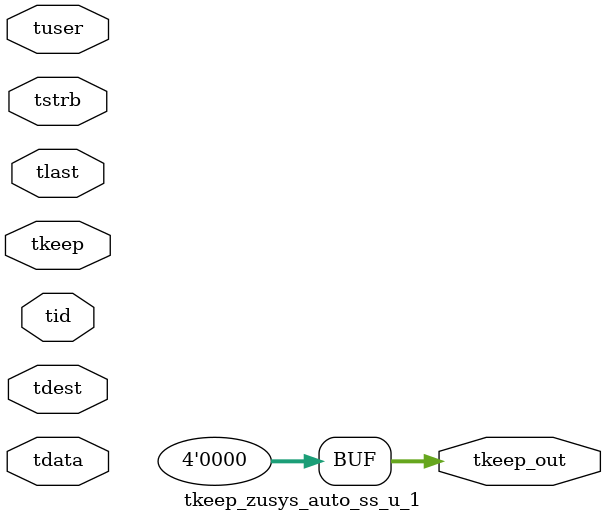
<source format=v>


`timescale 1ps/1ps

module tkeep_zusys_auto_ss_u_1 #
(
parameter C_S_AXIS_TDATA_WIDTH = 32,
parameter C_S_AXIS_TUSER_WIDTH = 0,
parameter C_S_AXIS_TID_WIDTH   = 0,
parameter C_S_AXIS_TDEST_WIDTH = 0,
parameter C_M_AXIS_TDATA_WIDTH = 32
)
(
input  [(C_S_AXIS_TDATA_WIDTH == 0 ? 1 : C_S_AXIS_TDATA_WIDTH)-1:0     ] tdata,
input  [(C_S_AXIS_TUSER_WIDTH == 0 ? 1 : C_S_AXIS_TUSER_WIDTH)-1:0     ] tuser,
input  [(C_S_AXIS_TID_WIDTH   == 0 ? 1 : C_S_AXIS_TID_WIDTH)-1:0       ] tid,
input  [(C_S_AXIS_TDEST_WIDTH == 0 ? 1 : C_S_AXIS_TDEST_WIDTH)-1:0     ] tdest,
input  [(C_S_AXIS_TDATA_WIDTH/8)-1:0 ] tkeep,
input  [(C_S_AXIS_TDATA_WIDTH/8)-1:0 ] tstrb,
input                                                                    tlast,
output [(C_M_AXIS_TDATA_WIDTH/8)-1:0 ] tkeep_out
);

assign tkeep_out = {1'b0};

endmodule


</source>
